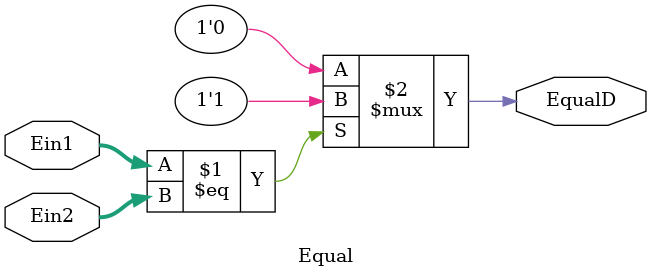
<source format=v>
`timescale 1ns / 1ps


module Equal #(parameter Size = 32)(
    input [Size-1:0] Ein1,
    input [Size-1:0] Ein2,
    output EqualD
    );
    assign EqualD = (Ein1 == Ein2)?1'b1:1'b0;
endmodule

</source>
